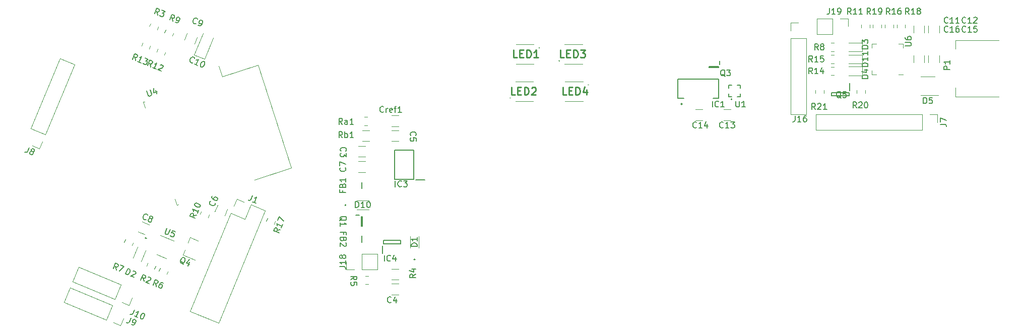
<source format=gbr>
%TF.GenerationSoftware,KiCad,Pcbnew,5.1.6*%
%TF.CreationDate,2020-08-23T11:13:54-07:00*%
%TF.ProjectId,plant_station_v3,706c616e-745f-4737-9461-74696f6e5f76,rev?*%
%TF.SameCoordinates,Original*%
%TF.FileFunction,Legend,Top*%
%TF.FilePolarity,Positive*%
%FSLAX46Y46*%
G04 Gerber Fmt 4.6, Leading zero omitted, Abs format (unit mm)*
G04 Created by KiCad (PCBNEW 5.1.6) date 2020-08-23 11:13:54*
%MOMM*%
%LPD*%
G01*
G04 APERTURE LIST*
%ADD10C,0.120000*%
%ADD11C,0.200000*%
%ADD12C,0.100000*%
%ADD13C,0.127000*%
%ADD14C,0.150000*%
%ADD15C,0.254000*%
G04 APERTURE END LIST*
D10*
%TO.C,J7*%
X220105000Y-76525000D02*
X220105000Y-77855000D01*
X218775000Y-76525000D02*
X220105000Y-76525000D01*
X217505000Y-76525000D02*
X217505000Y-79185000D01*
X217505000Y-79185000D02*
X199665000Y-79185000D01*
X217505000Y-76525000D02*
X199665000Y-76525000D01*
X199665000Y-76525000D02*
X199665000Y-79185000D01*
D11*
%TO.C,FB1*%
X123400000Y-88999375D02*
X123400000Y-87949375D01*
D10*
%TO.C,R10*%
X97520980Y-93855989D02*
X97718887Y-93378199D01*
X96209071Y-93312579D02*
X96406978Y-92834789D01*
%TO.C,C6*%
X98668333Y-92862960D02*
X99129133Y-91750490D01*
X100349793Y-93559444D02*
X100810593Y-92446974D01*
D11*
%TO.C,IC3*%
X132075000Y-87450000D02*
X128875000Y-87450000D01*
X128875000Y-87450000D02*
X128875000Y-82550000D01*
X128875000Y-82550000D02*
X132075000Y-82550000D01*
X132075000Y-82550000D02*
X132075000Y-87450000D01*
X133950000Y-87580000D02*
X132425000Y-87580000D01*
D10*
%TO.C,R5*%
X123966422Y-105110000D02*
X124483578Y-105110000D01*
X123966422Y-103690000D02*
X124483578Y-103690000D01*
%TO.C,R4*%
X128372936Y-104310000D02*
X129577064Y-104310000D01*
X128372936Y-102490000D02*
X129577064Y-102490000D01*
D11*
%TO.C,Q5*%
X205225000Y-72875000D02*
X205225000Y-73425000D01*
X205225000Y-73425000D02*
X202325000Y-73425000D01*
X202325000Y-73425000D02*
X202325000Y-72875000D01*
X202325000Y-72875000D02*
X205225000Y-72875000D01*
X205325000Y-71275000D02*
X205325000Y-72525000D01*
%TO.C,Q3*%
X183490000Y-67530000D02*
X183490000Y-68170000D01*
X181700000Y-68520000D02*
X183300000Y-68520000D01*
X181700000Y-68680000D02*
X181700000Y-68520000D01*
X183300000Y-68680000D02*
X181700000Y-68680000D01*
X183300000Y-68520000D02*
X183300000Y-68680000D01*
%TO.C,Q1*%
X123320000Y-93695625D02*
X123480000Y-93695625D01*
X123480000Y-93695625D02*
X123480000Y-95295625D01*
X123480000Y-95295625D02*
X123320000Y-95295625D01*
X123320000Y-95295625D02*
X123320000Y-93695625D01*
X122330000Y-93505625D02*
X122970000Y-93505625D01*
D10*
%TO.C,J19*%
X199855000Y-60425000D02*
X199855000Y-63085000D01*
X202455000Y-60425000D02*
X199855000Y-60425000D01*
X202455000Y-63085000D02*
X199855000Y-63085000D01*
X202455000Y-60425000D02*
X202455000Y-63085000D01*
X203725000Y-60425000D02*
X205055000Y-60425000D01*
X205055000Y-60425000D02*
X205055000Y-61755000D01*
%TO.C,J16*%
X195395000Y-76497500D02*
X198055000Y-76497500D01*
X195395000Y-63737500D02*
X195395000Y-76497500D01*
X198055000Y-63737500D02*
X198055000Y-76497500D01*
X195395000Y-63737500D02*
X198055000Y-63737500D01*
X195395000Y-62467500D02*
X195395000Y-61137500D01*
X195395000Y-61137500D02*
X196725000Y-61137500D01*
%TO.C,J10*%
X82912460Y-105135580D02*
X81894522Y-107593100D01*
X82912460Y-105135580D02*
X75817065Y-102196572D01*
X75817065Y-102196572D02*
X74799127Y-104654091D01*
X81894522Y-107593100D02*
X74799127Y-104654091D01*
X84296609Y-108588077D02*
X83067849Y-108079108D01*
X84805578Y-107359317D02*
X84296609Y-108588077D01*
%TO.C,J9*%
X83370515Y-110823865D02*
X82861546Y-112052625D01*
X82861546Y-112052625D02*
X81632786Y-111543656D01*
X80459459Y-111057648D02*
X73364064Y-108118639D01*
X74382002Y-105661120D02*
X73364064Y-108118639D01*
X81477397Y-108600128D02*
X74382002Y-105661120D01*
X81477397Y-108600128D02*
X80459459Y-111057648D01*
D12*
%TO.C,LED1*%
X152275000Y-68070000D02*
X149250000Y-68070000D01*
X152275000Y-64770000D02*
X149250000Y-64770000D01*
X153125000Y-65320000D02*
X153125000Y-65320000D01*
X153225000Y-65320000D02*
X153225000Y-65320000D01*
X153125000Y-65320000D02*
G75*
G02*
X153225000Y-65320000I50000J0D01*
G01*
X153225000Y-65320000D02*
G75*
G02*
X153125000Y-65320000I-50000J0D01*
G01*
%TO.C,LED2*%
X149175000Y-71020000D02*
X152200000Y-71020000D01*
X149175000Y-74320000D02*
X152200000Y-74320000D01*
X148325000Y-73770000D02*
X148325000Y-73770000D01*
X148225000Y-73770000D02*
X148225000Y-73770000D01*
X148325000Y-73770000D02*
G75*
G02*
X148225000Y-73770000I-50000J0D01*
G01*
X148225000Y-73770000D02*
G75*
G02*
X148325000Y-73770000I50000J0D01*
G01*
D11*
%TO.C,D10*%
X120628000Y-91877500D02*
X120628000Y-91877500D01*
X120628000Y-91677500D02*
X120628000Y-91677500D01*
D12*
X122528000Y-92527500D02*
X124528000Y-92527500D01*
X122528000Y-91027500D02*
X124528000Y-91027500D01*
D11*
X120628000Y-91677500D02*
G75*
G03*
X120628000Y-91877500I0J-100000D01*
G01*
X120628000Y-91877500D02*
G75*
G03*
X120628000Y-91677500I0J100000D01*
G01*
D10*
%TO.C,C13*%
X185352064Y-75690000D02*
X184147936Y-75690000D01*
X185352064Y-77510000D02*
X184147936Y-77510000D01*
%TO.C,C16*%
X217885000Y-67852065D02*
X217885000Y-66647937D01*
X216065000Y-67852065D02*
X216065000Y-66647937D01*
%TO.C,J18*%
X120795000Y-102641875D02*
X120795000Y-101311875D01*
X122125000Y-102641875D02*
X120795000Y-102641875D01*
X123395000Y-102641875D02*
X123395000Y-99981875D01*
X123395000Y-99981875D02*
X125995000Y-99981875D01*
X123395000Y-102641875D02*
X125995000Y-102641875D01*
X125995000Y-102641875D02*
X125995000Y-99981875D01*
%TO.C,C15*%
X218565000Y-66652936D02*
X218565000Y-67857064D01*
X220385000Y-66652936D02*
X220385000Y-67857064D01*
%TO.C,C7*%
X124002064Y-86256250D02*
X122797936Y-86256250D01*
X124002064Y-84436250D02*
X122797936Y-84436250D01*
%TO.C,C11*%
X217885000Y-62857064D02*
X217885000Y-61652936D01*
X216065000Y-62857064D02*
X216065000Y-61652936D01*
%TO.C,C4*%
X128372936Y-106810000D02*
X129577064Y-106810000D01*
X128372936Y-104990000D02*
X129577064Y-104990000D01*
D12*
%TO.C,LED3*%
X157425000Y-64770000D02*
X160450000Y-64770000D01*
X157425000Y-68070000D02*
X160450000Y-68070000D01*
X156575000Y-67520000D02*
X156575000Y-67520000D01*
X156475000Y-67520000D02*
X156475000Y-67520000D01*
X156575000Y-67520000D02*
G75*
G02*
X156475000Y-67520000I-50000J0D01*
G01*
X156475000Y-67520000D02*
G75*
G02*
X156575000Y-67520000I50000J0D01*
G01*
D10*
%TO.C,D4*%
X205175000Y-69990000D02*
X207460000Y-69990000D01*
X207460000Y-69990000D02*
X207460000Y-68520000D01*
X207460000Y-68520000D02*
X205175000Y-68520000D01*
%TO.C,D3*%
X207460000Y-64520000D02*
X205175000Y-64520000D01*
X207460000Y-65990000D02*
X207460000Y-64520000D01*
X205175000Y-65990000D02*
X207460000Y-65990000D01*
%TO.C,C5*%
X128372936Y-81060000D02*
X129577064Y-81060000D01*
X128372936Y-79240000D02*
X129577064Y-79240000D01*
%TO.C,D11*%
X205175000Y-67990000D02*
X207460000Y-67990000D01*
X207460000Y-67990000D02*
X207460000Y-66520000D01*
X207460000Y-66520000D02*
X205175000Y-66520000D01*
%TO.C,C12*%
X218565000Y-61652936D02*
X218565000Y-62857064D01*
X220385000Y-61652936D02*
X220385000Y-62857064D01*
%TO.C,U6*%
X213560000Y-69865000D02*
X214285000Y-69865000D01*
X209065000Y-64645000D02*
X209065000Y-65370000D01*
X209790000Y-64645000D02*
X209065000Y-64645000D01*
X214285000Y-64645000D02*
X214285000Y-65370000D01*
X213560000Y-64645000D02*
X214285000Y-64645000D01*
X209065000Y-69865000D02*
X209065000Y-69140000D01*
X209790000Y-69865000D02*
X209065000Y-69865000D01*
D13*
%TO.C,U1*%
X185505000Y-73590000D02*
X185010000Y-73590000D01*
X185010000Y-73590000D02*
X185010000Y-73095000D01*
X185010000Y-72105000D02*
X185010000Y-71610000D01*
X185010000Y-71610000D02*
X185505000Y-71610000D01*
X186990000Y-73095000D02*
X186990000Y-73590000D01*
X186990000Y-73590000D02*
X186495000Y-73590000D01*
X186495000Y-71610000D02*
X186990000Y-71610000D01*
X186990000Y-71610000D02*
X186990000Y-72105000D01*
D11*
X185600000Y-74000000D02*
G75*
G03*
X185600000Y-74000000I-100000J0D01*
G01*
D10*
%TO.C,Rb1*%
X123422936Y-79240000D02*
X124627064Y-79240000D01*
X123422936Y-81060000D02*
X124627064Y-81060000D01*
%TO.C,Ra1*%
X124283578Y-78360000D02*
X123766422Y-78360000D01*
X124283578Y-76940000D02*
X123766422Y-76940000D01*
%TO.C,R21*%
X201035000Y-72963578D02*
X201035000Y-72446422D01*
X199615000Y-72963578D02*
X199615000Y-72446422D01*
%TO.C,R20*%
X206515000Y-72963578D02*
X206515000Y-72446422D01*
X207935000Y-72963578D02*
X207935000Y-72446422D01*
%TO.C,R19*%
X210685000Y-61496422D02*
X210685000Y-62013578D01*
X209265000Y-61496422D02*
X209265000Y-62013578D01*
%TO.C,R18*%
X213265000Y-62013578D02*
X213265000Y-61496422D01*
X214685000Y-62013578D02*
X214685000Y-61496422D01*
%TO.C,R16*%
X212685000Y-62013578D02*
X212685000Y-61496422D01*
X211265000Y-62013578D02*
X211265000Y-61496422D01*
%TO.C,R15*%
X202216422Y-66545000D02*
X202733578Y-66545000D01*
X202216422Y-67965000D02*
X202733578Y-67965000D01*
%TO.C,R14*%
X202216422Y-69965000D02*
X202733578Y-69965000D01*
X202216422Y-68545000D02*
X202733578Y-68545000D01*
%TO.C,R11*%
X207265000Y-62013578D02*
X207265000Y-61496422D01*
X208685000Y-62013578D02*
X208685000Y-61496422D01*
%TO.C,R8*%
X202216422Y-64545000D02*
X202733578Y-64545000D01*
X202216422Y-65965000D02*
X202733578Y-65965000D01*
D11*
%TO.C,IC1*%
X177229680Y-74792000D02*
G75*
G03*
X177229680Y-74792000I-119680J0D01*
G01*
X183300000Y-73850000D02*
X182420000Y-73850000D01*
X176500000Y-73850000D02*
X177444000Y-73850000D01*
X176500000Y-70650000D02*
X176500000Y-73850000D01*
X183300000Y-70650000D02*
X183300000Y-73850000D01*
X176500000Y-70650000D02*
X183300000Y-70650000D01*
%TO.C,FB2*%
X123400000Y-96978750D02*
X123400000Y-98028750D01*
D12*
%TO.C,LED4*%
X160525000Y-74320000D02*
X157500000Y-74320000D01*
X160525000Y-71020000D02*
X157500000Y-71020000D01*
X161375000Y-71570000D02*
X161375000Y-71570000D01*
X161475000Y-71570000D02*
X161475000Y-71570000D01*
X161375000Y-71570000D02*
G75*
G02*
X161475000Y-71570000I50000J0D01*
G01*
X161475000Y-71570000D02*
G75*
G02*
X161375000Y-71570000I-50000J0D01*
G01*
D10*
%TO.C,D5*%
X219675000Y-70205000D02*
X217275000Y-70205000D01*
X217275000Y-73305000D02*
X220225000Y-73305000D01*
%TO.C,Cref1*%
X128372936Y-78560000D02*
X129577064Y-78560000D01*
X128372936Y-76740000D02*
X129577064Y-76740000D01*
%TO.C,C3*%
X122797936Y-81838125D02*
X124002064Y-81838125D01*
X122797936Y-83658125D02*
X124002064Y-83658125D01*
%TO.C,J1*%
X94524153Y-109609760D02*
X99328326Y-111599714D01*
X101351225Y-93127749D02*
X94524153Y-109609760D01*
X107150376Y-92715616D02*
X99328326Y-111599714D01*
X101351225Y-93127749D02*
X103753312Y-94122726D01*
X103753312Y-94122726D02*
X104748289Y-91720639D01*
X104748289Y-91720639D02*
X107150376Y-92715616D01*
X101837233Y-91954422D02*
X102346202Y-90725662D01*
X102346202Y-90725662D02*
X103574962Y-91234631D01*
D11*
%TO.C,IC4*%
X127025000Y-98275000D02*
X127025000Y-97725000D01*
X127025000Y-97725000D02*
X129925000Y-97725000D01*
X129925000Y-97725000D02*
X129925000Y-98275000D01*
X129925000Y-98275000D02*
X127025000Y-98275000D01*
X126875000Y-99875000D02*
X126875000Y-98625000D01*
D10*
%TO.C,C14*%
X179397936Y-77510000D02*
X180602064Y-77510000D01*
X179397936Y-75690000D02*
X180602064Y-75690000D01*
%TO.C,P1*%
X223105000Y-65567500D02*
X223105000Y-64067500D01*
X223105000Y-64067500D02*
X230365000Y-64067500D01*
X223105000Y-73567500D02*
X230365000Y-73567500D01*
X223105000Y-73567500D02*
X223105000Y-72067500D01*
D11*
%TO.C,D1*%
X132325000Y-100900000D02*
X132325000Y-100900000D01*
X132125000Y-100900000D02*
X132125000Y-100900000D01*
D12*
X132975000Y-99000000D02*
X132975000Y-97000000D01*
X131475000Y-99000000D02*
X131475000Y-97000000D01*
D11*
X132125000Y-100900000D02*
G75*
G03*
X132325000Y-100900000I100000J0D01*
G01*
X132325000Y-100900000D02*
G75*
G03*
X132125000Y-100900000I-100000J0D01*
G01*
%TO.C,D2*%
X87001352Y-97293955D02*
G75*
G03*
X87186128Y-97370493I92388J-38269D01*
G01*
X87186128Y-97370492D02*
G75*
G03*
X87001352Y-97293956I-92388J38268D01*
G01*
X87001352Y-97293956D02*
X87001352Y-97293956D01*
X87186128Y-97370493D02*
X87186128Y-97370493D01*
D12*
X85673732Y-98800583D02*
X84908365Y-100648342D01*
X87059551Y-99374608D02*
X86294184Y-101222367D01*
D10*
%TO.C,C8*%
X85801141Y-96266438D02*
X86913611Y-96727238D01*
X86497625Y-94584978D02*
X87610095Y-95045778D01*
%TO.C,C9*%
X94030312Y-62903400D02*
X93569512Y-64015870D01*
X95711772Y-63599884D02*
X95250972Y-64712354D01*
%TO.C,C10*%
X96698806Y-62928570D02*
X95202514Y-66540939D01*
X95202514Y-66540939D02*
X96930169Y-67256557D01*
X96930169Y-67256557D02*
X98426461Y-63644188D01*
%TO.C,J8*%
X75081160Y-68121113D02*
X72623641Y-67103175D01*
X70198120Y-79909816D02*
X75081160Y-68121113D01*
X67740600Y-78891878D02*
X72623641Y-67103175D01*
X70198120Y-79909816D02*
X67740600Y-78891878D01*
X69712112Y-81083143D02*
X69203143Y-82311903D01*
X69203143Y-82311903D02*
X67974383Y-81802934D01*
%TO.C,Q4*%
X94538368Y-97233081D02*
X95887232Y-97791799D01*
X93329089Y-100152540D02*
X95324669Y-100979136D01*
X93329089Y-100152540D02*
X93684984Y-99293332D01*
X94538368Y-97233081D02*
X94182473Y-98092289D01*
%TO.C,R2*%
X88720001Y-102055529D02*
X88522094Y-102533319D01*
X87408092Y-101512119D02*
X87210185Y-101989909D01*
%TO.C,R3*%
X87887082Y-61271775D02*
X87689175Y-61749565D01*
X89198991Y-61815185D02*
X89001084Y-62292975D01*
%TO.C,R6*%
X89486821Y-102373157D02*
X89288914Y-102850947D01*
X90798730Y-102916567D02*
X90600823Y-103394357D01*
%TO.C,R7*%
X83630598Y-97566167D02*
X83432691Y-98043957D01*
X84942507Y-98109577D02*
X84744600Y-98587367D01*
%TO.C,R9*%
X91739660Y-62867564D02*
X91541753Y-63345354D01*
X90427751Y-62324154D02*
X90229844Y-62801944D01*
%TO.C,R12*%
X89088360Y-65557733D02*
X88890453Y-66035523D01*
X90400269Y-66101143D02*
X90202362Y-66578933D01*
%TO.C,R13*%
X86547690Y-64505353D02*
X86349783Y-64983143D01*
X87859599Y-65048763D02*
X87661692Y-65526553D01*
%TO.C,R17*%
X108828985Y-94516497D02*
X108631078Y-94994287D01*
X107517076Y-93973087D02*
X107319169Y-94450877D01*
D12*
%TO.C,U4*%
X99897940Y-70158761D02*
X99316988Y-68370775D01*
X105908617Y-68205774D02*
X99897940Y-70158761D01*
X111545087Y-85553045D02*
X105344199Y-87567836D01*
X105908617Y-68205774D02*
X111545087Y-85553045D01*
X91949604Y-90742365D02*
X92295703Y-91807549D01*
X92600041Y-91708663D02*
X92314724Y-91801368D01*
X86659233Y-74460278D02*
X86974431Y-75430356D01*
X86868466Y-74392294D02*
X86659233Y-74460278D01*
D10*
%TO.C,U5*%
X91790782Y-97751629D02*
X89527277Y-96814055D01*
X88895558Y-100037691D02*
X90558541Y-100726521D01*
%TO.C,J7*%
D14*
X220557380Y-78188333D02*
X221271666Y-78188333D01*
X221414523Y-78235952D01*
X221509761Y-78331190D01*
X221557380Y-78474047D01*
X221557380Y-78569285D01*
X220557380Y-77807380D02*
X220557380Y-77140714D01*
X221557380Y-77569285D01*
%TO.C,FB1*%
D13*
X120153571Y-89333333D02*
X120153571Y-89666666D01*
X120677380Y-89666666D02*
X119677380Y-89666666D01*
X119677380Y-89190476D01*
X120153571Y-88476190D02*
X120201190Y-88333333D01*
X120248809Y-88285714D01*
X120344047Y-88238095D01*
X120486904Y-88238095D01*
X120582142Y-88285714D01*
X120629761Y-88333333D01*
X120677380Y-88428571D01*
X120677380Y-88809523D01*
X119677380Y-88809523D01*
X119677380Y-88476190D01*
X119725000Y-88380952D01*
X119772619Y-88333333D01*
X119867857Y-88285714D01*
X119963095Y-88285714D01*
X120058333Y-88333333D01*
X120105952Y-88380952D01*
X120153571Y-88476190D01*
X120153571Y-88809523D01*
X120677380Y-87285714D02*
X120677380Y-87857142D01*
X120677380Y-87571428D02*
X119677380Y-87571428D01*
X119820238Y-87666666D01*
X119915476Y-87761904D01*
X119963095Y-87857142D01*
%TO.C,R10*%
D14*
X95611512Y-93481002D02*
X95044008Y-93606731D01*
X95392836Y-94008933D02*
X94468956Y-93626249D01*
X94614741Y-93274295D01*
X94695181Y-93204530D01*
X94757398Y-93178759D01*
X94863610Y-93171210D01*
X94995593Y-93225879D01*
X95065358Y-93306320D01*
X95091129Y-93368537D01*
X95098678Y-93474749D01*
X94952893Y-93826703D01*
X95975973Y-92601116D02*
X95757296Y-93129048D01*
X95866635Y-92865082D02*
X94942755Y-92482399D01*
X95038292Y-92625056D01*
X95089834Y-92749491D01*
X95097382Y-92855702D01*
X95288992Y-91646508D02*
X95325438Y-91558519D01*
X95405879Y-91488754D01*
X95468096Y-91462982D01*
X95574308Y-91455434D01*
X95768508Y-91484332D01*
X95988479Y-91575447D01*
X96146233Y-91692333D01*
X96215998Y-91772774D01*
X96241770Y-91834991D01*
X96249318Y-91941203D01*
X96212872Y-92029191D01*
X96132432Y-92098957D01*
X96070214Y-92124728D01*
X95964003Y-92132276D01*
X95769803Y-92103378D01*
X95549831Y-92012263D01*
X95392077Y-91895377D01*
X95322312Y-91814936D01*
X95296541Y-91752719D01*
X95288992Y-91646508D01*
%TO.C,C6*%
X98752399Y-91398237D02*
X98778170Y-91460454D01*
X98767495Y-91610660D01*
X98731049Y-91698649D01*
X98632386Y-91812408D01*
X98507951Y-91863951D01*
X98401740Y-91871499D01*
X98207540Y-91842601D01*
X98075557Y-91787932D01*
X97917803Y-91671046D01*
X97848037Y-91590606D01*
X97796495Y-91466171D01*
X97807170Y-91315965D01*
X97843616Y-91227977D01*
X97942279Y-91114217D01*
X98004496Y-91088446D01*
X98244522Y-90260103D02*
X98171630Y-90436080D01*
X98179178Y-90542292D01*
X98204950Y-90604509D01*
X98300486Y-90747166D01*
X98458240Y-90864053D01*
X98810195Y-91009837D01*
X98916406Y-91002289D01*
X98978623Y-90976517D01*
X99059064Y-90906752D01*
X99131956Y-90730775D01*
X99124408Y-90624563D01*
X99098636Y-90562346D01*
X99028871Y-90481906D01*
X98808899Y-90390791D01*
X98702688Y-90398339D01*
X98640471Y-90424110D01*
X98560030Y-90493876D01*
X98487138Y-90669853D01*
X98494686Y-90776064D01*
X98520458Y-90838282D01*
X98590223Y-90918722D01*
%TO.C,IC3*%
D13*
X128998809Y-88702380D02*
X128998809Y-87702380D01*
X130046428Y-88607142D02*
X129998809Y-88654761D01*
X129855952Y-88702380D01*
X129760714Y-88702380D01*
X129617857Y-88654761D01*
X129522619Y-88559523D01*
X129475000Y-88464285D01*
X129427380Y-88273809D01*
X129427380Y-88130952D01*
X129475000Y-87940476D01*
X129522619Y-87845238D01*
X129617857Y-87750000D01*
X129760714Y-87702380D01*
X129855952Y-87702380D01*
X129998809Y-87750000D01*
X130046428Y-87797619D01*
X130379761Y-87702380D02*
X130998809Y-87702380D01*
X130665476Y-88083333D01*
X130808333Y-88083333D01*
X130903571Y-88130952D01*
X130951190Y-88178571D01*
X130998809Y-88273809D01*
X130998809Y-88511904D01*
X130951190Y-88607142D01*
X130903571Y-88654761D01*
X130808333Y-88702380D01*
X130522619Y-88702380D01*
X130427380Y-88654761D01*
X130379761Y-88607142D01*
%TO.C,R5*%
D14*
X121522619Y-104333333D02*
X121998809Y-104000000D01*
X121522619Y-103761904D02*
X122522619Y-103761904D01*
X122522619Y-104142857D01*
X122475000Y-104238095D01*
X122427380Y-104285714D01*
X122332142Y-104333333D01*
X122189285Y-104333333D01*
X122094047Y-104285714D01*
X122046428Y-104238095D01*
X121998809Y-104142857D01*
X121998809Y-103761904D01*
X122522619Y-105238095D02*
X122522619Y-104761904D01*
X122046428Y-104714285D01*
X122094047Y-104761904D01*
X122141666Y-104857142D01*
X122141666Y-105095238D01*
X122094047Y-105190476D01*
X122046428Y-105238095D01*
X121951190Y-105285714D01*
X121713095Y-105285714D01*
X121617857Y-105238095D01*
X121570238Y-105190476D01*
X121522619Y-105095238D01*
X121522619Y-104857142D01*
X121570238Y-104761904D01*
X121617857Y-104714285D01*
%TO.C,R4*%
X132427380Y-103416666D02*
X131951190Y-103750000D01*
X132427380Y-103988095D02*
X131427380Y-103988095D01*
X131427380Y-103607142D01*
X131475000Y-103511904D01*
X131522619Y-103464285D01*
X131617857Y-103416666D01*
X131760714Y-103416666D01*
X131855952Y-103464285D01*
X131903571Y-103511904D01*
X131951190Y-103607142D01*
X131951190Y-103988095D01*
X131760714Y-102559523D02*
X132427380Y-102559523D01*
X131379761Y-102797619D02*
X132094047Y-103035714D01*
X132094047Y-102416666D01*
%TO.C,Q5*%
X203879761Y-73802619D02*
X203784523Y-73755000D01*
X203689285Y-73659761D01*
X203546428Y-73516904D01*
X203451190Y-73469285D01*
X203355952Y-73469285D01*
X203403571Y-73707380D02*
X203308333Y-73659761D01*
X203213095Y-73564523D01*
X203165476Y-73374047D01*
X203165476Y-73040714D01*
X203213095Y-72850238D01*
X203308333Y-72755000D01*
X203403571Y-72707380D01*
X203594047Y-72707380D01*
X203689285Y-72755000D01*
X203784523Y-72850238D01*
X203832142Y-73040714D01*
X203832142Y-73374047D01*
X203784523Y-73564523D01*
X203689285Y-73659761D01*
X203594047Y-73707380D01*
X203403571Y-73707380D01*
X204736904Y-72707380D02*
X204260714Y-72707380D01*
X204213095Y-73183571D01*
X204260714Y-73135952D01*
X204355952Y-73088333D01*
X204594047Y-73088333D01*
X204689285Y-73135952D01*
X204736904Y-73183571D01*
X204784523Y-73278809D01*
X204784523Y-73516904D01*
X204736904Y-73612142D01*
X204689285Y-73659761D01*
X204594047Y-73707380D01*
X204355952Y-73707380D01*
X204260714Y-73659761D01*
X204213095Y-73612142D01*
%TO.C,Q3*%
X184404761Y-70147619D02*
X184309523Y-70100000D01*
X184214285Y-70004761D01*
X184071428Y-69861904D01*
X183976190Y-69814285D01*
X183880952Y-69814285D01*
X183928571Y-70052380D02*
X183833333Y-70004761D01*
X183738095Y-69909523D01*
X183690476Y-69719047D01*
X183690476Y-69385714D01*
X183738095Y-69195238D01*
X183833333Y-69100000D01*
X183928571Y-69052380D01*
X184119047Y-69052380D01*
X184214285Y-69100000D01*
X184309523Y-69195238D01*
X184357142Y-69385714D01*
X184357142Y-69719047D01*
X184309523Y-69909523D01*
X184214285Y-70004761D01*
X184119047Y-70052380D01*
X183928571Y-70052380D01*
X184690476Y-69052380D02*
X185309523Y-69052380D01*
X184976190Y-69433333D01*
X185119047Y-69433333D01*
X185214285Y-69480952D01*
X185261904Y-69528571D01*
X185309523Y-69623809D01*
X185309523Y-69861904D01*
X185261904Y-69957142D01*
X185214285Y-70004761D01*
X185119047Y-70052380D01*
X184833333Y-70052380D01*
X184738095Y-70004761D01*
X184690476Y-69957142D01*
%TO.C,Q1*%
D13*
X119677380Y-94404761D02*
X119725000Y-94309523D01*
X119820238Y-94214285D01*
X119963095Y-94071428D01*
X120010714Y-93976190D01*
X120010714Y-93880952D01*
X119772619Y-93928571D02*
X119820238Y-93833333D01*
X119915476Y-93738095D01*
X120105952Y-93690476D01*
X120439285Y-93690476D01*
X120629761Y-93738095D01*
X120725000Y-93833333D01*
X120772619Y-93928571D01*
X120772619Y-94119047D01*
X120725000Y-94214285D01*
X120629761Y-94309523D01*
X120439285Y-94357142D01*
X120105952Y-94357142D01*
X119915476Y-94309523D01*
X119820238Y-94214285D01*
X119772619Y-94119047D01*
X119772619Y-93928571D01*
X119772619Y-95309523D02*
X119772619Y-94738095D01*
X119772619Y-95023809D02*
X120772619Y-95023809D01*
X120629761Y-94928571D01*
X120534523Y-94833333D01*
X120486904Y-94738095D01*
%TO.C,J19*%
D14*
X201915476Y-58707380D02*
X201915476Y-59421666D01*
X201867857Y-59564523D01*
X201772619Y-59659761D01*
X201629761Y-59707380D01*
X201534523Y-59707380D01*
X202915476Y-59707380D02*
X202344047Y-59707380D01*
X202629761Y-59707380D02*
X202629761Y-58707380D01*
X202534523Y-58850238D01*
X202439285Y-58945476D01*
X202344047Y-58993095D01*
X203391666Y-59707380D02*
X203582142Y-59707380D01*
X203677380Y-59659761D01*
X203725000Y-59612142D01*
X203820238Y-59469285D01*
X203867857Y-59278809D01*
X203867857Y-58897857D01*
X203820238Y-58802619D01*
X203772619Y-58755000D01*
X203677380Y-58707380D01*
X203486904Y-58707380D01*
X203391666Y-58755000D01*
X203344047Y-58802619D01*
X203296428Y-58897857D01*
X203296428Y-59135952D01*
X203344047Y-59231190D01*
X203391666Y-59278809D01*
X203486904Y-59326428D01*
X203677380Y-59326428D01*
X203772619Y-59278809D01*
X203820238Y-59231190D01*
X203867857Y-59135952D01*
%TO.C,J16*%
X196165476Y-76769880D02*
X196165476Y-77484166D01*
X196117857Y-77627023D01*
X196022619Y-77722261D01*
X195879761Y-77769880D01*
X195784523Y-77769880D01*
X197165476Y-77769880D02*
X196594047Y-77769880D01*
X196879761Y-77769880D02*
X196879761Y-76769880D01*
X196784523Y-76912738D01*
X196689285Y-77007976D01*
X196594047Y-77055595D01*
X198022619Y-76769880D02*
X197832142Y-76769880D01*
X197736904Y-76817500D01*
X197689285Y-76865119D01*
X197594047Y-77007976D01*
X197546428Y-77198452D01*
X197546428Y-77579404D01*
X197594047Y-77674642D01*
X197641666Y-77722261D01*
X197736904Y-77769880D01*
X197927380Y-77769880D01*
X198022619Y-77722261D01*
X198070238Y-77674642D01*
X198117857Y-77579404D01*
X198117857Y-77341309D01*
X198070238Y-77246071D01*
X198022619Y-77198452D01*
X197927380Y-77150833D01*
X197736904Y-77150833D01*
X197641666Y-77198452D01*
X197594047Y-77246071D01*
X197546428Y-77341309D01*
%TO.C,J10*%
X85180051Y-109357072D02*
X84906705Y-110016986D01*
X84808042Y-110130746D01*
X84683608Y-110182288D01*
X84533402Y-110171614D01*
X84445413Y-110135167D01*
X85721247Y-110663635D02*
X85193316Y-110444959D01*
X85457281Y-110554297D02*
X85839965Y-109630417D01*
X85697307Y-109725954D01*
X85572873Y-109777497D01*
X85466661Y-109785045D01*
X86675856Y-109976655D02*
X86763844Y-110013101D01*
X86833610Y-110093541D01*
X86859381Y-110155758D01*
X86866929Y-110261970D01*
X86838031Y-110456170D01*
X86746916Y-110676141D01*
X86630030Y-110833895D01*
X86549590Y-110903661D01*
X86487372Y-110929432D01*
X86381161Y-110936980D01*
X86293172Y-110900534D01*
X86223407Y-110820094D01*
X86197636Y-110757877D01*
X86190087Y-110651665D01*
X86218985Y-110457465D01*
X86310100Y-110237494D01*
X86426987Y-110079740D01*
X86507427Y-110009974D01*
X86569644Y-109984203D01*
X86675856Y-109976655D01*
%TO.C,J9*%
X84584028Y-110733779D02*
X84310683Y-111393693D01*
X84212020Y-111507453D01*
X84087585Y-111558996D01*
X83937379Y-111548321D01*
X83849391Y-111511875D01*
X84685282Y-111858112D02*
X84861259Y-111931004D01*
X84967470Y-111923456D01*
X85029688Y-111897685D01*
X85172345Y-111802148D01*
X85289232Y-111644394D01*
X85435016Y-111292440D01*
X85427468Y-111186228D01*
X85401696Y-111124011D01*
X85331931Y-111043571D01*
X85155954Y-110970679D01*
X85049742Y-110978227D01*
X84987525Y-111003998D01*
X84907085Y-111073764D01*
X84815970Y-111293735D01*
X84823518Y-111399946D01*
X84849289Y-111462164D01*
X84919055Y-111542604D01*
X85095032Y-111615496D01*
X85201243Y-111607948D01*
X85263460Y-111582177D01*
X85343901Y-111512411D01*
%TO.C,LED1*%
D15*
X149491809Y-66994523D02*
X148887047Y-66994523D01*
X148887047Y-65724523D01*
X149915142Y-66329285D02*
X150338476Y-66329285D01*
X150519904Y-66994523D02*
X149915142Y-66994523D01*
X149915142Y-65724523D01*
X150519904Y-65724523D01*
X151064190Y-66994523D02*
X151064190Y-65724523D01*
X151366571Y-65724523D01*
X151548000Y-65785000D01*
X151668952Y-65905952D01*
X151729428Y-66026904D01*
X151789904Y-66268809D01*
X151789904Y-66450238D01*
X151729428Y-66692142D01*
X151668952Y-66813095D01*
X151548000Y-66934047D01*
X151366571Y-66994523D01*
X151064190Y-66994523D01*
X152999428Y-66994523D02*
X152273714Y-66994523D01*
X152636571Y-66994523D02*
X152636571Y-65724523D01*
X152515619Y-65905952D01*
X152394666Y-66026904D01*
X152273714Y-66087380D01*
%TO.C,LED2*%
X149115809Y-73244523D02*
X148511047Y-73244523D01*
X148511047Y-71974523D01*
X149539142Y-72579285D02*
X149962476Y-72579285D01*
X150143904Y-73244523D02*
X149539142Y-73244523D01*
X149539142Y-71974523D01*
X150143904Y-71974523D01*
X150688190Y-73244523D02*
X150688190Y-71974523D01*
X150990571Y-71974523D01*
X151172000Y-72035000D01*
X151292952Y-72155952D01*
X151353428Y-72276904D01*
X151413904Y-72518809D01*
X151413904Y-72700238D01*
X151353428Y-72942142D01*
X151292952Y-73063095D01*
X151172000Y-73184047D01*
X150990571Y-73244523D01*
X150688190Y-73244523D01*
X151897714Y-72095476D02*
X151958190Y-72035000D01*
X152079142Y-71974523D01*
X152381523Y-71974523D01*
X152502476Y-72035000D01*
X152562952Y-72095476D01*
X152623428Y-72216428D01*
X152623428Y-72337380D01*
X152562952Y-72518809D01*
X151837238Y-73244523D01*
X152623428Y-73244523D01*
%TO.C,D10*%
D13*
X122313714Y-92202380D02*
X122313714Y-91202380D01*
X122551809Y-91202380D01*
X122694666Y-91250000D01*
X122789904Y-91345238D01*
X122837523Y-91440476D01*
X122885142Y-91630952D01*
X122885142Y-91773809D01*
X122837523Y-91964285D01*
X122789904Y-92059523D01*
X122694666Y-92154761D01*
X122551809Y-92202380D01*
X122313714Y-92202380D01*
X123837523Y-92202380D02*
X123266095Y-92202380D01*
X123551809Y-92202380D02*
X123551809Y-91202380D01*
X123456571Y-91345238D01*
X123361333Y-91440476D01*
X123266095Y-91488095D01*
X124456571Y-91202380D02*
X124551809Y-91202380D01*
X124647047Y-91250000D01*
X124694666Y-91297619D01*
X124742285Y-91392857D01*
X124789904Y-91583333D01*
X124789904Y-91821428D01*
X124742285Y-92011904D01*
X124694666Y-92107142D01*
X124647047Y-92154761D01*
X124551809Y-92202380D01*
X124456571Y-92202380D01*
X124361333Y-92154761D01*
X124313714Y-92107142D01*
X124266095Y-92011904D01*
X124218476Y-91821428D01*
X124218476Y-91583333D01*
X124266095Y-91392857D01*
X124313714Y-91297619D01*
X124361333Y-91250000D01*
X124456571Y-91202380D01*
%TO.C,C13*%
D14*
X184107142Y-78707142D02*
X184059523Y-78754761D01*
X183916666Y-78802380D01*
X183821428Y-78802380D01*
X183678571Y-78754761D01*
X183583333Y-78659523D01*
X183535714Y-78564285D01*
X183488095Y-78373809D01*
X183488095Y-78230952D01*
X183535714Y-78040476D01*
X183583333Y-77945238D01*
X183678571Y-77850000D01*
X183821428Y-77802380D01*
X183916666Y-77802380D01*
X184059523Y-77850000D01*
X184107142Y-77897619D01*
X185059523Y-78802380D02*
X184488095Y-78802380D01*
X184773809Y-78802380D02*
X184773809Y-77802380D01*
X184678571Y-77945238D01*
X184583333Y-78040476D01*
X184488095Y-78088095D01*
X185392857Y-77802380D02*
X186011904Y-77802380D01*
X185678571Y-78183333D01*
X185821428Y-78183333D01*
X185916666Y-78230952D01*
X185964285Y-78278571D01*
X186011904Y-78373809D01*
X186011904Y-78611904D01*
X185964285Y-78707142D01*
X185916666Y-78754761D01*
X185821428Y-78802380D01*
X185535714Y-78802380D01*
X185440476Y-78754761D01*
X185392857Y-78707142D01*
%TO.C,C16*%
X221832142Y-62612142D02*
X221784523Y-62659761D01*
X221641666Y-62707380D01*
X221546428Y-62707380D01*
X221403571Y-62659761D01*
X221308333Y-62564523D01*
X221260714Y-62469285D01*
X221213095Y-62278809D01*
X221213095Y-62135952D01*
X221260714Y-61945476D01*
X221308333Y-61850238D01*
X221403571Y-61755000D01*
X221546428Y-61707380D01*
X221641666Y-61707380D01*
X221784523Y-61755000D01*
X221832142Y-61802619D01*
X222784523Y-62707380D02*
X222213095Y-62707380D01*
X222498809Y-62707380D02*
X222498809Y-61707380D01*
X222403571Y-61850238D01*
X222308333Y-61945476D01*
X222213095Y-61993095D01*
X223641666Y-61707380D02*
X223451190Y-61707380D01*
X223355952Y-61755000D01*
X223308333Y-61802619D01*
X223213095Y-61945476D01*
X223165476Y-62135952D01*
X223165476Y-62516904D01*
X223213095Y-62612142D01*
X223260714Y-62659761D01*
X223355952Y-62707380D01*
X223546428Y-62707380D01*
X223641666Y-62659761D01*
X223689285Y-62612142D01*
X223736904Y-62516904D01*
X223736904Y-62278809D01*
X223689285Y-62183571D01*
X223641666Y-62135952D01*
X223546428Y-62088333D01*
X223355952Y-62088333D01*
X223260714Y-62135952D01*
X223213095Y-62183571D01*
X223165476Y-62278809D01*
%TO.C,J18*%
X119677380Y-102121398D02*
X120391666Y-102121398D01*
X120534523Y-102169017D01*
X120629761Y-102264255D01*
X120677380Y-102407113D01*
X120677380Y-102502351D01*
X120677380Y-101121398D02*
X120677380Y-101692827D01*
X120677380Y-101407113D02*
X119677380Y-101407113D01*
X119820238Y-101502351D01*
X119915476Y-101597589D01*
X119963095Y-101692827D01*
X120105952Y-100549970D02*
X120058333Y-100645208D01*
X120010714Y-100692827D01*
X119915476Y-100740446D01*
X119867857Y-100740446D01*
X119772619Y-100692827D01*
X119725000Y-100645208D01*
X119677380Y-100549970D01*
X119677380Y-100359494D01*
X119725000Y-100264255D01*
X119772619Y-100216636D01*
X119867857Y-100169017D01*
X119915476Y-100169017D01*
X120010714Y-100216636D01*
X120058333Y-100264255D01*
X120105952Y-100359494D01*
X120105952Y-100549970D01*
X120153571Y-100645208D01*
X120201190Y-100692827D01*
X120296428Y-100740446D01*
X120486904Y-100740446D01*
X120582142Y-100692827D01*
X120629761Y-100645208D01*
X120677380Y-100549970D01*
X120677380Y-100359494D01*
X120629761Y-100264255D01*
X120582142Y-100216636D01*
X120486904Y-100169017D01*
X120296428Y-100169017D01*
X120201190Y-100216636D01*
X120153571Y-100264255D01*
X120105952Y-100359494D01*
%TO.C,C15*%
X224832142Y-62612142D02*
X224784523Y-62659761D01*
X224641666Y-62707380D01*
X224546428Y-62707380D01*
X224403571Y-62659761D01*
X224308333Y-62564523D01*
X224260714Y-62469285D01*
X224213095Y-62278809D01*
X224213095Y-62135952D01*
X224260714Y-61945476D01*
X224308333Y-61850238D01*
X224403571Y-61755000D01*
X224546428Y-61707380D01*
X224641666Y-61707380D01*
X224784523Y-61755000D01*
X224832142Y-61802619D01*
X225784523Y-62707380D02*
X225213095Y-62707380D01*
X225498809Y-62707380D02*
X225498809Y-61707380D01*
X225403571Y-61850238D01*
X225308333Y-61945476D01*
X225213095Y-61993095D01*
X226689285Y-61707380D02*
X226213095Y-61707380D01*
X226165476Y-62183571D01*
X226213095Y-62135952D01*
X226308333Y-62088333D01*
X226546428Y-62088333D01*
X226641666Y-62135952D01*
X226689285Y-62183571D01*
X226736904Y-62278809D01*
X226736904Y-62516904D01*
X226689285Y-62612142D01*
X226641666Y-62659761D01*
X226546428Y-62707380D01*
X226308333Y-62707380D01*
X226213095Y-62659761D01*
X226165476Y-62612142D01*
%TO.C,C7*%
X120582142Y-85512916D02*
X120629761Y-85560535D01*
X120677380Y-85703392D01*
X120677380Y-85798630D01*
X120629761Y-85941488D01*
X120534523Y-86036726D01*
X120439285Y-86084345D01*
X120248809Y-86131964D01*
X120105952Y-86131964D01*
X119915476Y-86084345D01*
X119820238Y-86036726D01*
X119725000Y-85941488D01*
X119677380Y-85798630D01*
X119677380Y-85703392D01*
X119725000Y-85560535D01*
X119772619Y-85512916D01*
X119677380Y-85179583D02*
X119677380Y-84512916D01*
X120677380Y-84941488D01*
%TO.C,C11*%
X221832142Y-61112142D02*
X221784523Y-61159761D01*
X221641666Y-61207380D01*
X221546428Y-61207380D01*
X221403571Y-61159761D01*
X221308333Y-61064523D01*
X221260714Y-60969285D01*
X221213095Y-60778809D01*
X221213095Y-60635952D01*
X221260714Y-60445476D01*
X221308333Y-60350238D01*
X221403571Y-60255000D01*
X221546428Y-60207380D01*
X221641666Y-60207380D01*
X221784523Y-60255000D01*
X221832142Y-60302619D01*
X222784523Y-61207380D02*
X222213095Y-61207380D01*
X222498809Y-61207380D02*
X222498809Y-60207380D01*
X222403571Y-60350238D01*
X222308333Y-60445476D01*
X222213095Y-60493095D01*
X223736904Y-61207380D02*
X223165476Y-61207380D01*
X223451190Y-61207380D02*
X223451190Y-60207380D01*
X223355952Y-60350238D01*
X223260714Y-60445476D01*
X223165476Y-60493095D01*
%TO.C,C4*%
X128308333Y-108107142D02*
X128260714Y-108154761D01*
X128117857Y-108202380D01*
X128022619Y-108202380D01*
X127879761Y-108154761D01*
X127784523Y-108059523D01*
X127736904Y-107964285D01*
X127689285Y-107773809D01*
X127689285Y-107630952D01*
X127736904Y-107440476D01*
X127784523Y-107345238D01*
X127879761Y-107250000D01*
X128022619Y-107202380D01*
X128117857Y-107202380D01*
X128260714Y-107250000D01*
X128308333Y-107297619D01*
X129165476Y-107535714D02*
X129165476Y-108202380D01*
X128927380Y-107154761D02*
X128689285Y-107869047D01*
X129308333Y-107869047D01*
%TO.C,LED3*%
D15*
X157365809Y-66994523D02*
X156761047Y-66994523D01*
X156761047Y-65724523D01*
X157789142Y-66329285D02*
X158212476Y-66329285D01*
X158393904Y-66994523D02*
X157789142Y-66994523D01*
X157789142Y-65724523D01*
X158393904Y-65724523D01*
X158938190Y-66994523D02*
X158938190Y-65724523D01*
X159240571Y-65724523D01*
X159422000Y-65785000D01*
X159542952Y-65905952D01*
X159603428Y-66026904D01*
X159663904Y-66268809D01*
X159663904Y-66450238D01*
X159603428Y-66692142D01*
X159542952Y-66813095D01*
X159422000Y-66934047D01*
X159240571Y-66994523D01*
X158938190Y-66994523D01*
X160087238Y-65724523D02*
X160873428Y-65724523D01*
X160450095Y-66208333D01*
X160631523Y-66208333D01*
X160752476Y-66268809D01*
X160812952Y-66329285D01*
X160873428Y-66450238D01*
X160873428Y-66752619D01*
X160812952Y-66873571D01*
X160752476Y-66934047D01*
X160631523Y-66994523D01*
X160268666Y-66994523D01*
X160147714Y-66934047D01*
X160087238Y-66873571D01*
%TO.C,D4*%
D14*
X208427380Y-70493095D02*
X207427380Y-70493095D01*
X207427380Y-70255000D01*
X207475000Y-70112142D01*
X207570238Y-70016904D01*
X207665476Y-69969285D01*
X207855952Y-69921666D01*
X207998809Y-69921666D01*
X208189285Y-69969285D01*
X208284523Y-70016904D01*
X208379761Y-70112142D01*
X208427380Y-70255000D01*
X208427380Y-70493095D01*
X207760714Y-69064523D02*
X208427380Y-69064523D01*
X207379761Y-69302619D02*
X208094047Y-69540714D01*
X208094047Y-68921666D01*
%TO.C,D3*%
X208427380Y-65493095D02*
X207427380Y-65493095D01*
X207427380Y-65255000D01*
X207475000Y-65112142D01*
X207570238Y-65016904D01*
X207665476Y-64969285D01*
X207855952Y-64921666D01*
X207998809Y-64921666D01*
X208189285Y-64969285D01*
X208284523Y-65016904D01*
X208379761Y-65112142D01*
X208427380Y-65255000D01*
X208427380Y-65493095D01*
X207427380Y-64588333D02*
X207427380Y-63969285D01*
X207808333Y-64302619D01*
X207808333Y-64159761D01*
X207855952Y-64064523D01*
X207903571Y-64016904D01*
X207998809Y-63969285D01*
X208236904Y-63969285D01*
X208332142Y-64016904D01*
X208379761Y-64064523D01*
X208427380Y-64159761D01*
X208427380Y-64445476D01*
X208379761Y-64540714D01*
X208332142Y-64588333D01*
%TO.C,C5*%
X131617857Y-80083333D02*
X131570238Y-80035714D01*
X131522619Y-79892857D01*
X131522619Y-79797619D01*
X131570238Y-79654761D01*
X131665476Y-79559523D01*
X131760714Y-79511904D01*
X131951190Y-79464285D01*
X132094047Y-79464285D01*
X132284523Y-79511904D01*
X132379761Y-79559523D01*
X132475000Y-79654761D01*
X132522619Y-79797619D01*
X132522619Y-79892857D01*
X132475000Y-80035714D01*
X132427380Y-80083333D01*
X132522619Y-80988095D02*
X132522619Y-80511904D01*
X132046428Y-80464285D01*
X132094047Y-80511904D01*
X132141666Y-80607142D01*
X132141666Y-80845238D01*
X132094047Y-80940476D01*
X132046428Y-80988095D01*
X131951190Y-81035714D01*
X131713095Y-81035714D01*
X131617857Y-80988095D01*
X131570238Y-80940476D01*
X131522619Y-80845238D01*
X131522619Y-80607142D01*
X131570238Y-80511904D01*
X131617857Y-80464285D01*
%TO.C,D11*%
X208427380Y-68469285D02*
X207427380Y-68469285D01*
X207427380Y-68231190D01*
X207475000Y-68088333D01*
X207570238Y-67993095D01*
X207665476Y-67945476D01*
X207855952Y-67897857D01*
X207998809Y-67897857D01*
X208189285Y-67945476D01*
X208284523Y-67993095D01*
X208379761Y-68088333D01*
X208427380Y-68231190D01*
X208427380Y-68469285D01*
X208427380Y-66945476D02*
X208427380Y-67516904D01*
X208427380Y-67231190D02*
X207427380Y-67231190D01*
X207570238Y-67326428D01*
X207665476Y-67421666D01*
X207713095Y-67516904D01*
X208427380Y-65993095D02*
X208427380Y-66564523D01*
X208427380Y-66278809D02*
X207427380Y-66278809D01*
X207570238Y-66374047D01*
X207665476Y-66469285D01*
X207713095Y-66564523D01*
%TO.C,C12*%
X224832142Y-61112142D02*
X224784523Y-61159761D01*
X224641666Y-61207380D01*
X224546428Y-61207380D01*
X224403571Y-61159761D01*
X224308333Y-61064523D01*
X224260714Y-60969285D01*
X224213095Y-60778809D01*
X224213095Y-60635952D01*
X224260714Y-60445476D01*
X224308333Y-60350238D01*
X224403571Y-60255000D01*
X224546428Y-60207380D01*
X224641666Y-60207380D01*
X224784523Y-60255000D01*
X224832142Y-60302619D01*
X225784523Y-61207380D02*
X225213095Y-61207380D01*
X225498809Y-61207380D02*
X225498809Y-60207380D01*
X225403571Y-60350238D01*
X225308333Y-60445476D01*
X225213095Y-60493095D01*
X226165476Y-60302619D02*
X226213095Y-60255000D01*
X226308333Y-60207380D01*
X226546428Y-60207380D01*
X226641666Y-60255000D01*
X226689285Y-60302619D01*
X226736904Y-60397857D01*
X226736904Y-60493095D01*
X226689285Y-60635952D01*
X226117857Y-61207380D01*
X226736904Y-61207380D01*
%TO.C,U6*%
X214677380Y-65016904D02*
X215486904Y-65016904D01*
X215582142Y-64969285D01*
X215629761Y-64921666D01*
X215677380Y-64826428D01*
X215677380Y-64635952D01*
X215629761Y-64540714D01*
X215582142Y-64493095D01*
X215486904Y-64445476D01*
X214677380Y-64445476D01*
X214677380Y-63540714D02*
X214677380Y-63731190D01*
X214725000Y-63826428D01*
X214772619Y-63874047D01*
X214915476Y-63969285D01*
X215105952Y-64016904D01*
X215486904Y-64016904D01*
X215582142Y-63969285D01*
X215629761Y-63921666D01*
X215677380Y-63826428D01*
X215677380Y-63635952D01*
X215629761Y-63540714D01*
X215582142Y-63493095D01*
X215486904Y-63445476D01*
X215248809Y-63445476D01*
X215153571Y-63493095D01*
X215105952Y-63540714D01*
X215058333Y-63635952D01*
X215058333Y-63826428D01*
X215105952Y-63921666D01*
X215153571Y-63969285D01*
X215248809Y-64016904D01*
%TO.C,U1*%
X186238095Y-74302380D02*
X186238095Y-75111904D01*
X186285714Y-75207142D01*
X186333333Y-75254761D01*
X186428571Y-75302380D01*
X186619047Y-75302380D01*
X186714285Y-75254761D01*
X186761904Y-75207142D01*
X186809523Y-75111904D01*
X186809523Y-74302380D01*
X187809523Y-75302380D02*
X187238095Y-75302380D01*
X187523809Y-75302380D02*
X187523809Y-74302380D01*
X187428571Y-74445238D01*
X187333333Y-74540476D01*
X187238095Y-74588095D01*
%TO.C,Rb1*%
X120105952Y-80452380D02*
X119772619Y-79976190D01*
X119534523Y-80452380D02*
X119534523Y-79452380D01*
X119915476Y-79452380D01*
X120010714Y-79500000D01*
X120058333Y-79547619D01*
X120105952Y-79642857D01*
X120105952Y-79785714D01*
X120058333Y-79880952D01*
X120010714Y-79928571D01*
X119915476Y-79976190D01*
X119534523Y-79976190D01*
X120534523Y-80452380D02*
X120534523Y-79452380D01*
X120534523Y-79833333D02*
X120629761Y-79785714D01*
X120820238Y-79785714D01*
X120915476Y-79833333D01*
X120963095Y-79880952D01*
X121010714Y-79976190D01*
X121010714Y-80261904D01*
X120963095Y-80357142D01*
X120915476Y-80404761D01*
X120820238Y-80452380D01*
X120629761Y-80452380D01*
X120534523Y-80404761D01*
X121963095Y-80452380D02*
X121391666Y-80452380D01*
X121677380Y-80452380D02*
X121677380Y-79452380D01*
X121582142Y-79595238D01*
X121486904Y-79690476D01*
X121391666Y-79738095D01*
%TO.C,Ra1*%
X120105952Y-78202380D02*
X119772619Y-77726190D01*
X119534523Y-78202380D02*
X119534523Y-77202380D01*
X119915476Y-77202380D01*
X120010714Y-77250000D01*
X120058333Y-77297619D01*
X120105952Y-77392857D01*
X120105952Y-77535714D01*
X120058333Y-77630952D01*
X120010714Y-77678571D01*
X119915476Y-77726190D01*
X119534523Y-77726190D01*
X120963095Y-78202380D02*
X120963095Y-77678571D01*
X120915476Y-77583333D01*
X120820238Y-77535714D01*
X120629761Y-77535714D01*
X120534523Y-77583333D01*
X120963095Y-78154761D02*
X120867857Y-78202380D01*
X120629761Y-78202380D01*
X120534523Y-78154761D01*
X120486904Y-78059523D01*
X120486904Y-77964285D01*
X120534523Y-77869047D01*
X120629761Y-77821428D01*
X120867857Y-77821428D01*
X120963095Y-77773809D01*
X121963095Y-78202380D02*
X121391666Y-78202380D01*
X121677380Y-78202380D02*
X121677380Y-77202380D01*
X121582142Y-77345238D01*
X121486904Y-77440476D01*
X121391666Y-77488095D01*
%TO.C,R21*%
X199582142Y-75707380D02*
X199248809Y-75231190D01*
X199010714Y-75707380D02*
X199010714Y-74707380D01*
X199391666Y-74707380D01*
X199486904Y-74755000D01*
X199534523Y-74802619D01*
X199582142Y-74897857D01*
X199582142Y-75040714D01*
X199534523Y-75135952D01*
X199486904Y-75183571D01*
X199391666Y-75231190D01*
X199010714Y-75231190D01*
X199963095Y-74802619D02*
X200010714Y-74755000D01*
X200105952Y-74707380D01*
X200344047Y-74707380D01*
X200439285Y-74755000D01*
X200486904Y-74802619D01*
X200534523Y-74897857D01*
X200534523Y-74993095D01*
X200486904Y-75135952D01*
X199915476Y-75707380D01*
X200534523Y-75707380D01*
X201486904Y-75707380D02*
X200915476Y-75707380D01*
X201201190Y-75707380D02*
X201201190Y-74707380D01*
X201105952Y-74850238D01*
X201010714Y-74945476D01*
X200915476Y-74993095D01*
%TO.C,R20*%
X206482142Y-75457380D02*
X206148809Y-74981190D01*
X205910714Y-75457380D02*
X205910714Y-74457380D01*
X206291666Y-74457380D01*
X206386904Y-74505000D01*
X206434523Y-74552619D01*
X206482142Y-74647857D01*
X206482142Y-74790714D01*
X206434523Y-74885952D01*
X206386904Y-74933571D01*
X206291666Y-74981190D01*
X205910714Y-74981190D01*
X206863095Y-74552619D02*
X206910714Y-74505000D01*
X207005952Y-74457380D01*
X207244047Y-74457380D01*
X207339285Y-74505000D01*
X207386904Y-74552619D01*
X207434523Y-74647857D01*
X207434523Y-74743095D01*
X207386904Y-74885952D01*
X206815476Y-75457380D01*
X207434523Y-75457380D01*
X208053571Y-74457380D02*
X208148809Y-74457380D01*
X208244047Y-74505000D01*
X208291666Y-74552619D01*
X208339285Y-74647857D01*
X208386904Y-74838333D01*
X208386904Y-75076428D01*
X208339285Y-75266904D01*
X208291666Y-75362142D01*
X208244047Y-75409761D01*
X208148809Y-75457380D01*
X208053571Y-75457380D01*
X207958333Y-75409761D01*
X207910714Y-75362142D01*
X207863095Y-75266904D01*
X207815476Y-75076428D01*
X207815476Y-74838333D01*
X207863095Y-74647857D01*
X207910714Y-74552619D01*
X207958333Y-74505000D01*
X208053571Y-74457380D01*
%TO.C,R19*%
X208832142Y-59707380D02*
X208498809Y-59231190D01*
X208260714Y-59707380D02*
X208260714Y-58707380D01*
X208641666Y-58707380D01*
X208736904Y-58755000D01*
X208784523Y-58802619D01*
X208832142Y-58897857D01*
X208832142Y-59040714D01*
X208784523Y-59135952D01*
X208736904Y-59183571D01*
X208641666Y-59231190D01*
X208260714Y-59231190D01*
X209784523Y-59707380D02*
X209213095Y-59707380D01*
X209498809Y-59707380D02*
X209498809Y-58707380D01*
X209403571Y-58850238D01*
X209308333Y-58945476D01*
X209213095Y-58993095D01*
X210260714Y-59707380D02*
X210451190Y-59707380D01*
X210546428Y-59659761D01*
X210594047Y-59612142D01*
X210689285Y-59469285D01*
X210736904Y-59278809D01*
X210736904Y-58897857D01*
X210689285Y-58802619D01*
X210641666Y-58755000D01*
X210546428Y-58707380D01*
X210355952Y-58707380D01*
X210260714Y-58755000D01*
X210213095Y-58802619D01*
X210165476Y-58897857D01*
X210165476Y-59135952D01*
X210213095Y-59231190D01*
X210260714Y-59278809D01*
X210355952Y-59326428D01*
X210546428Y-59326428D01*
X210641666Y-59278809D01*
X210689285Y-59231190D01*
X210736904Y-59135952D01*
%TO.C,R18*%
X215332142Y-59707380D02*
X214998809Y-59231190D01*
X214760714Y-59707380D02*
X214760714Y-58707380D01*
X215141666Y-58707380D01*
X215236904Y-58755000D01*
X215284523Y-58802619D01*
X215332142Y-58897857D01*
X215332142Y-59040714D01*
X215284523Y-59135952D01*
X215236904Y-59183571D01*
X215141666Y-59231190D01*
X214760714Y-59231190D01*
X216284523Y-59707380D02*
X215713095Y-59707380D01*
X215998809Y-59707380D02*
X215998809Y-58707380D01*
X215903571Y-58850238D01*
X215808333Y-58945476D01*
X215713095Y-58993095D01*
X216855952Y-59135952D02*
X216760714Y-59088333D01*
X216713095Y-59040714D01*
X216665476Y-58945476D01*
X216665476Y-58897857D01*
X216713095Y-58802619D01*
X216760714Y-58755000D01*
X216855952Y-58707380D01*
X217046428Y-58707380D01*
X217141666Y-58755000D01*
X217189285Y-58802619D01*
X217236904Y-58897857D01*
X217236904Y-58945476D01*
X217189285Y-59040714D01*
X217141666Y-59088333D01*
X217046428Y-59135952D01*
X216855952Y-59135952D01*
X216760714Y-59183571D01*
X216713095Y-59231190D01*
X216665476Y-59326428D01*
X216665476Y-59516904D01*
X216713095Y-59612142D01*
X216760714Y-59659761D01*
X216855952Y-59707380D01*
X217046428Y-59707380D01*
X217141666Y-59659761D01*
X217189285Y-59612142D01*
X217236904Y-59516904D01*
X217236904Y-59326428D01*
X217189285Y-59231190D01*
X217141666Y-59183571D01*
X217046428Y-59135952D01*
%TO.C,R16*%
X212082142Y-59707380D02*
X211748809Y-59231190D01*
X211510714Y-59707380D02*
X211510714Y-58707380D01*
X211891666Y-58707380D01*
X211986904Y-58755000D01*
X212034523Y-58802619D01*
X212082142Y-58897857D01*
X212082142Y-59040714D01*
X212034523Y-59135952D01*
X211986904Y-59183571D01*
X211891666Y-59231190D01*
X211510714Y-59231190D01*
X213034523Y-59707380D02*
X212463095Y-59707380D01*
X212748809Y-59707380D02*
X212748809Y-58707380D01*
X212653571Y-58850238D01*
X212558333Y-58945476D01*
X212463095Y-58993095D01*
X213891666Y-58707380D02*
X213701190Y-58707380D01*
X213605952Y-58755000D01*
X213558333Y-58802619D01*
X213463095Y-58945476D01*
X213415476Y-59135952D01*
X213415476Y-59516904D01*
X213463095Y-59612142D01*
X213510714Y-59659761D01*
X213605952Y-59707380D01*
X213796428Y-59707380D01*
X213891666Y-59659761D01*
X213939285Y-59612142D01*
X213986904Y-59516904D01*
X213986904Y-59278809D01*
X213939285Y-59183571D01*
X213891666Y-59135952D01*
X213796428Y-59088333D01*
X213605952Y-59088333D01*
X213510714Y-59135952D01*
X213463095Y-59183571D01*
X213415476Y-59278809D01*
%TO.C,R15*%
X199082142Y-67707380D02*
X198748809Y-67231190D01*
X198510714Y-67707380D02*
X198510714Y-66707380D01*
X198891666Y-66707380D01*
X198986904Y-66755000D01*
X199034523Y-66802619D01*
X199082142Y-66897857D01*
X199082142Y-67040714D01*
X199034523Y-67135952D01*
X198986904Y-67183571D01*
X198891666Y-67231190D01*
X198510714Y-67231190D01*
X200034523Y-67707380D02*
X199463095Y-67707380D01*
X199748809Y-67707380D02*
X199748809Y-66707380D01*
X199653571Y-66850238D01*
X199558333Y-66945476D01*
X199463095Y-66993095D01*
X200939285Y-66707380D02*
X200463095Y-66707380D01*
X200415476Y-67183571D01*
X200463095Y-67135952D01*
X200558333Y-67088333D01*
X200796428Y-67088333D01*
X200891666Y-67135952D01*
X200939285Y-67183571D01*
X200986904Y-67278809D01*
X200986904Y-67516904D01*
X200939285Y-67612142D01*
X200891666Y-67659761D01*
X200796428Y-67707380D01*
X200558333Y-67707380D01*
X200463095Y-67659761D01*
X200415476Y-67612142D01*
%TO.C,R14*%
X199082142Y-69707380D02*
X198748809Y-69231190D01*
X198510714Y-69707380D02*
X198510714Y-68707380D01*
X198891666Y-68707380D01*
X198986904Y-68755000D01*
X199034523Y-68802619D01*
X199082142Y-68897857D01*
X199082142Y-69040714D01*
X199034523Y-69135952D01*
X198986904Y-69183571D01*
X198891666Y-69231190D01*
X198510714Y-69231190D01*
X200034523Y-69707380D02*
X199463095Y-69707380D01*
X199748809Y-69707380D02*
X199748809Y-68707380D01*
X199653571Y-68850238D01*
X199558333Y-68945476D01*
X199463095Y-68993095D01*
X200891666Y-69040714D02*
X200891666Y-69707380D01*
X200653571Y-68659761D02*
X200415476Y-69374047D01*
X201034523Y-69374047D01*
%TO.C,R11*%
X205582142Y-59707380D02*
X205248809Y-59231190D01*
X205010714Y-59707380D02*
X205010714Y-58707380D01*
X205391666Y-58707380D01*
X205486904Y-58755000D01*
X205534523Y-58802619D01*
X205582142Y-58897857D01*
X205582142Y-59040714D01*
X205534523Y-59135952D01*
X205486904Y-59183571D01*
X205391666Y-59231190D01*
X205010714Y-59231190D01*
X206534523Y-59707380D02*
X205963095Y-59707380D01*
X206248809Y-59707380D02*
X206248809Y-58707380D01*
X206153571Y-58850238D01*
X206058333Y-58945476D01*
X205963095Y-58993095D01*
X207486904Y-59707380D02*
X206915476Y-59707380D01*
X207201190Y-59707380D02*
X207201190Y-58707380D01*
X207105952Y-58850238D01*
X207010714Y-58945476D01*
X206915476Y-58993095D01*
%TO.C,R8*%
X200058333Y-65707380D02*
X199725000Y-65231190D01*
X199486904Y-65707380D02*
X199486904Y-64707380D01*
X199867857Y-64707380D01*
X199963095Y-64755000D01*
X200010714Y-64802619D01*
X200058333Y-64897857D01*
X200058333Y-65040714D01*
X200010714Y-65135952D01*
X199963095Y-65183571D01*
X199867857Y-65231190D01*
X199486904Y-65231190D01*
X200629761Y-65135952D02*
X200534523Y-65088333D01*
X200486904Y-65040714D01*
X200439285Y-64945476D01*
X200439285Y-64897857D01*
X200486904Y-64802619D01*
X200534523Y-64755000D01*
X200629761Y-64707380D01*
X200820238Y-64707380D01*
X200915476Y-64755000D01*
X200963095Y-64802619D01*
X201010714Y-64897857D01*
X201010714Y-64945476D01*
X200963095Y-65040714D01*
X200915476Y-65088333D01*
X200820238Y-65135952D01*
X200629761Y-65135952D01*
X200534523Y-65183571D01*
X200486904Y-65231190D01*
X200439285Y-65326428D01*
X200439285Y-65516904D01*
X200486904Y-65612142D01*
X200534523Y-65659761D01*
X200629761Y-65707380D01*
X200820238Y-65707380D01*
X200915476Y-65659761D01*
X200963095Y-65612142D01*
X201010714Y-65516904D01*
X201010714Y-65326428D01*
X200963095Y-65231190D01*
X200915476Y-65183571D01*
X200820238Y-65135952D01*
%TO.C,IC1*%
X182273809Y-75302380D02*
X182273809Y-74302380D01*
X183321428Y-75207142D02*
X183273809Y-75254761D01*
X183130952Y-75302380D01*
X183035714Y-75302380D01*
X182892857Y-75254761D01*
X182797619Y-75159523D01*
X182750000Y-75064285D01*
X182702380Y-74873809D01*
X182702380Y-74730952D01*
X182750000Y-74540476D01*
X182797619Y-74445238D01*
X182892857Y-74350000D01*
X183035714Y-74302380D01*
X183130952Y-74302380D01*
X183273809Y-74350000D01*
X183321428Y-74397619D01*
X184273809Y-75302380D02*
X183702380Y-75302380D01*
X183988095Y-75302380D02*
X183988095Y-74302380D01*
X183892857Y-74445238D01*
X183797619Y-74540476D01*
X183702380Y-74588095D01*
%TO.C,FB2*%
D13*
X120296428Y-96670416D02*
X120296428Y-96337083D01*
X119772619Y-96337083D02*
X120772619Y-96337083D01*
X120772619Y-96813273D01*
X120296428Y-97527559D02*
X120248809Y-97670416D01*
X120201190Y-97718035D01*
X120105952Y-97765654D01*
X119963095Y-97765654D01*
X119867857Y-97718035D01*
X119820238Y-97670416D01*
X119772619Y-97575178D01*
X119772619Y-97194226D01*
X120772619Y-97194226D01*
X120772619Y-97527559D01*
X120725000Y-97622797D01*
X120677380Y-97670416D01*
X120582142Y-97718035D01*
X120486904Y-97718035D01*
X120391666Y-97670416D01*
X120344047Y-97622797D01*
X120296428Y-97527559D01*
X120296428Y-97194226D01*
X120677380Y-98146607D02*
X120725000Y-98194226D01*
X120772619Y-98289464D01*
X120772619Y-98527559D01*
X120725000Y-98622797D01*
X120677380Y-98670416D01*
X120582142Y-98718035D01*
X120486904Y-98718035D01*
X120344047Y-98670416D01*
X119772619Y-98098988D01*
X119772619Y-98718035D01*
%TO.C,LED4*%
D15*
X157741809Y-73244523D02*
X157137047Y-73244523D01*
X157137047Y-71974523D01*
X158165142Y-72579285D02*
X158588476Y-72579285D01*
X158769904Y-73244523D02*
X158165142Y-73244523D01*
X158165142Y-71974523D01*
X158769904Y-71974523D01*
X159314190Y-73244523D02*
X159314190Y-71974523D01*
X159616571Y-71974523D01*
X159798000Y-72035000D01*
X159918952Y-72155952D01*
X159979428Y-72276904D01*
X160039904Y-72518809D01*
X160039904Y-72700238D01*
X159979428Y-72942142D01*
X159918952Y-73063095D01*
X159798000Y-73184047D01*
X159616571Y-73244523D01*
X159314190Y-73244523D01*
X161128476Y-72397857D02*
X161128476Y-73244523D01*
X160826095Y-71914047D02*
X160523714Y-72821190D01*
X161309904Y-72821190D01*
%TO.C,D5*%
D14*
X217736904Y-74707380D02*
X217736904Y-73707380D01*
X217975000Y-73707380D01*
X218117857Y-73755000D01*
X218213095Y-73850238D01*
X218260714Y-73945476D01*
X218308333Y-74135952D01*
X218308333Y-74278809D01*
X218260714Y-74469285D01*
X218213095Y-74564523D01*
X218117857Y-74659761D01*
X217975000Y-74707380D01*
X217736904Y-74707380D01*
X219213095Y-73707380D02*
X218736904Y-73707380D01*
X218689285Y-74183571D01*
X218736904Y-74135952D01*
X218832142Y-74088333D01*
X219070238Y-74088333D01*
X219165476Y-74135952D01*
X219213095Y-74183571D01*
X219260714Y-74278809D01*
X219260714Y-74516904D01*
X219213095Y-74612142D01*
X219165476Y-74659761D01*
X219070238Y-74707380D01*
X218832142Y-74707380D01*
X218736904Y-74659761D01*
X218689285Y-74612142D01*
%TO.C,Cref1*%
X127034523Y-76107142D02*
X126986904Y-76154761D01*
X126844047Y-76202380D01*
X126748809Y-76202380D01*
X126605952Y-76154761D01*
X126510714Y-76059523D01*
X126463095Y-75964285D01*
X126415476Y-75773809D01*
X126415476Y-75630952D01*
X126463095Y-75440476D01*
X126510714Y-75345238D01*
X126605952Y-75250000D01*
X126748809Y-75202380D01*
X126844047Y-75202380D01*
X126986904Y-75250000D01*
X127034523Y-75297619D01*
X127463095Y-76202380D02*
X127463095Y-75535714D01*
X127463095Y-75726190D02*
X127510714Y-75630952D01*
X127558333Y-75583333D01*
X127653571Y-75535714D01*
X127748809Y-75535714D01*
X128463095Y-76154761D02*
X128367857Y-76202380D01*
X128177380Y-76202380D01*
X128082142Y-76154761D01*
X128034523Y-76059523D01*
X128034523Y-75678571D01*
X128082142Y-75583333D01*
X128177380Y-75535714D01*
X128367857Y-75535714D01*
X128463095Y-75583333D01*
X128510714Y-75678571D01*
X128510714Y-75773809D01*
X128034523Y-75869047D01*
X128796428Y-75535714D02*
X129177380Y-75535714D01*
X128939285Y-76202380D02*
X128939285Y-75345238D01*
X128986904Y-75250000D01*
X129082142Y-75202380D01*
X129177380Y-75202380D01*
X130034523Y-76202380D02*
X129463095Y-76202380D01*
X129748809Y-76202380D02*
X129748809Y-75202380D01*
X129653571Y-75345238D01*
X129558333Y-75440476D01*
X129463095Y-75488095D01*
%TO.C,C3*%
X119867857Y-82708958D02*
X119820238Y-82661339D01*
X119772619Y-82518482D01*
X119772619Y-82423244D01*
X119820238Y-82280386D01*
X119915476Y-82185148D01*
X120010714Y-82137529D01*
X120201190Y-82089910D01*
X120344047Y-82089910D01*
X120534523Y-82137529D01*
X120629761Y-82185148D01*
X120725000Y-82280386D01*
X120772619Y-82423244D01*
X120772619Y-82518482D01*
X120725000Y-82661339D01*
X120677380Y-82708958D01*
X120772619Y-83042291D02*
X120772619Y-83661339D01*
X120391666Y-83328005D01*
X120391666Y-83470863D01*
X120344047Y-83566101D01*
X120296428Y-83613720D01*
X120201190Y-83661339D01*
X119963095Y-83661339D01*
X119867857Y-83613720D01*
X119820238Y-83566101D01*
X119772619Y-83470863D01*
X119772619Y-83185148D01*
X119820238Y-83089910D01*
X119867857Y-83042291D01*
%TO.C,J1*%
X105032576Y-90163264D02*
X104759231Y-90823178D01*
X104660568Y-90936938D01*
X104536133Y-90988481D01*
X104385927Y-90977806D01*
X104297939Y-90941360D01*
X105573772Y-91469827D02*
X105045841Y-91251151D01*
X105309807Y-91360489D02*
X105692490Y-90436610D01*
X105549833Y-90532146D01*
X105425398Y-90583689D01*
X105319187Y-90591237D01*
%TO.C,IC4*%
D13*
X127148810Y-101202380D02*
X127148810Y-100202380D01*
X128196429Y-101107142D02*
X128148810Y-101154761D01*
X128005953Y-101202380D01*
X127910715Y-101202380D01*
X127767858Y-101154761D01*
X127672620Y-101059523D01*
X127625001Y-100964285D01*
X127577381Y-100773809D01*
X127577381Y-100630952D01*
X127625001Y-100440476D01*
X127672620Y-100345238D01*
X127767858Y-100250000D01*
X127910715Y-100202380D01*
X128005953Y-100202380D01*
X128148810Y-100250000D01*
X128196429Y-100297619D01*
X129053572Y-100535714D02*
X129053572Y-101202380D01*
X128815477Y-100154761D02*
X128577381Y-100869047D01*
X129196429Y-100869047D01*
%TO.C,C14*%
D14*
X179607142Y-78707142D02*
X179559523Y-78754761D01*
X179416666Y-78802380D01*
X179321428Y-78802380D01*
X179178571Y-78754761D01*
X179083333Y-78659523D01*
X179035714Y-78564285D01*
X178988095Y-78373809D01*
X178988095Y-78230952D01*
X179035714Y-78040476D01*
X179083333Y-77945238D01*
X179178571Y-77850000D01*
X179321428Y-77802380D01*
X179416666Y-77802380D01*
X179559523Y-77850000D01*
X179607142Y-77897619D01*
X180559523Y-78802380D02*
X179988095Y-78802380D01*
X180273809Y-78802380D02*
X180273809Y-77802380D01*
X180178571Y-77945238D01*
X180083333Y-78040476D01*
X179988095Y-78088095D01*
X181416666Y-78135714D02*
X181416666Y-78802380D01*
X181178571Y-77754761D02*
X180940476Y-78469047D01*
X181559523Y-78469047D01*
%TO.C,P1*%
X222177380Y-68993095D02*
X221177380Y-68993095D01*
X221177380Y-68612142D01*
X221225000Y-68516904D01*
X221272619Y-68469285D01*
X221367857Y-68421666D01*
X221510714Y-68421666D01*
X221605952Y-68469285D01*
X221653571Y-68516904D01*
X221701190Y-68612142D01*
X221701190Y-68993095D01*
X222177380Y-67469285D02*
X222177380Y-68040714D01*
X222177380Y-67755000D02*
X221177380Y-67755000D01*
X221320238Y-67850238D01*
X221415476Y-67945476D01*
X221463095Y-68040714D01*
%TO.C,D1*%
D13*
X132677380Y-98738095D02*
X131677380Y-98738095D01*
X131677380Y-98500000D01*
X131725000Y-98357142D01*
X131820238Y-98261904D01*
X131915476Y-98214285D01*
X132105952Y-98166666D01*
X132248809Y-98166666D01*
X132439285Y-98214285D01*
X132534523Y-98261904D01*
X132629761Y-98357142D01*
X132677380Y-98500000D01*
X132677380Y-98738095D01*
X132677380Y-97214285D02*
X132677380Y-97785714D01*
X132677380Y-97500000D02*
X131677380Y-97500000D01*
X131820238Y-97595238D01*
X131915476Y-97690476D01*
X131963095Y-97785714D01*
%TO.C,D2*%
X83694910Y-103329948D02*
X84077593Y-102406069D01*
X84297564Y-102497184D01*
X84411324Y-102595847D01*
X84462867Y-102720282D01*
X84470415Y-102826493D01*
X84441517Y-103020693D01*
X84386848Y-103152676D01*
X84269962Y-103310430D01*
X84189521Y-103380196D01*
X84065087Y-103431738D01*
X83914881Y-103421063D01*
X83694910Y-103329948D01*
X84921032Y-102858518D02*
X84983250Y-102832746D01*
X85089461Y-102825198D01*
X85309433Y-102916313D01*
X85379198Y-102996754D01*
X85404969Y-103058971D01*
X85412518Y-103165182D01*
X85376071Y-103253171D01*
X85277408Y-103366931D01*
X84530801Y-103676186D01*
X85102726Y-103913085D01*
%TO.C,C8*%
D14*
X87111449Y-94240823D02*
X87049232Y-94266594D01*
X86899026Y-94255919D01*
X86811037Y-94219473D01*
X86697278Y-94120810D01*
X86645735Y-93996375D01*
X86638187Y-93890164D01*
X86667085Y-93695964D01*
X86721754Y-93563981D01*
X86838640Y-93406227D01*
X86919080Y-93336461D01*
X87043515Y-93284919D01*
X87193721Y-93295594D01*
X87281709Y-93332040D01*
X87395469Y-93430703D01*
X87421240Y-93492920D01*
X87821610Y-94019557D02*
X87751845Y-93939116D01*
X87726074Y-93876899D01*
X87718525Y-93770687D01*
X87736748Y-93726693D01*
X87817189Y-93656928D01*
X87879406Y-93631156D01*
X87985617Y-93623608D01*
X88161595Y-93696500D01*
X88231360Y-93776941D01*
X88257131Y-93839158D01*
X88264680Y-93945369D01*
X88246456Y-93989364D01*
X88166016Y-94059129D01*
X88103799Y-94084900D01*
X87997587Y-94092449D01*
X87821610Y-94019557D01*
X87715399Y-94027105D01*
X87653181Y-94052876D01*
X87572741Y-94122641D01*
X87499849Y-94298619D01*
X87507397Y-94404830D01*
X87533169Y-94467047D01*
X87602934Y-94547488D01*
X87778911Y-94620380D01*
X87885123Y-94612832D01*
X87947340Y-94587060D01*
X88027780Y-94517295D01*
X88100672Y-94341318D01*
X88093124Y-94235106D01*
X88067353Y-94172889D01*
X87997587Y-94092449D01*
%TO.C,C9*%
X95498039Y-61302414D02*
X95435822Y-61328185D01*
X95285616Y-61317510D01*
X95197627Y-61281064D01*
X95083868Y-61182401D01*
X95032325Y-61057966D01*
X95024777Y-60951755D01*
X95053675Y-60757555D01*
X95108344Y-60625572D01*
X95225230Y-60467818D01*
X95305670Y-60398052D01*
X95430105Y-60346510D01*
X95580311Y-60357185D01*
X95668299Y-60393631D01*
X95782059Y-60492294D01*
X95807830Y-60554511D01*
X95901536Y-61572633D02*
X96077513Y-61645525D01*
X96183724Y-61637976D01*
X96245941Y-61612205D01*
X96388599Y-61516669D01*
X96505485Y-61358914D01*
X96651270Y-61006960D01*
X96643721Y-60900749D01*
X96617950Y-60838532D01*
X96548185Y-60758091D01*
X96372207Y-60685199D01*
X96265996Y-60692747D01*
X96203779Y-60718519D01*
X96123338Y-60788284D01*
X96032223Y-61008255D01*
X96039771Y-61114467D01*
X96065543Y-61176684D01*
X96135308Y-61257125D01*
X96311285Y-61330017D01*
X96417497Y-61322468D01*
X96479714Y-61296697D01*
X96560154Y-61226932D01*
%TO.C,C10*%
X94976023Y-67851140D02*
X94913806Y-67876911D01*
X94763600Y-67866236D01*
X94675612Y-67829790D01*
X94561852Y-67731127D01*
X94510309Y-67606692D01*
X94502761Y-67500481D01*
X94531659Y-67306281D01*
X94586328Y-67174298D01*
X94703214Y-67016544D01*
X94783655Y-66946778D01*
X94908089Y-66895236D01*
X95058295Y-66905911D01*
X95146284Y-66942357D01*
X95260043Y-67041020D01*
X95285815Y-67103237D01*
X95819463Y-68303589D02*
X95291531Y-68084912D01*
X95555497Y-68194251D02*
X95938180Y-67270371D01*
X95795523Y-67365908D01*
X95671088Y-67417450D01*
X95564877Y-67424998D01*
X96774071Y-67616608D02*
X96862060Y-67653054D01*
X96931825Y-67733495D01*
X96957597Y-67795712D01*
X96965145Y-67901924D01*
X96936247Y-68096124D01*
X96845132Y-68316095D01*
X96728246Y-68473849D01*
X96647805Y-68543614D01*
X96585588Y-68569386D01*
X96479376Y-68576934D01*
X96391388Y-68540488D01*
X96321622Y-68460048D01*
X96295851Y-68397830D01*
X96288303Y-68291619D01*
X96317201Y-68097419D01*
X96408316Y-67877447D01*
X96525202Y-67719693D01*
X96605643Y-67649928D01*
X96667860Y-67624157D01*
X96774071Y-67616608D01*
%TO.C,J8*%
X67493304Y-82093317D02*
X67219959Y-82753231D01*
X67121296Y-82866991D01*
X66996861Y-82918534D01*
X66846655Y-82907859D01*
X66758667Y-82871413D01*
X67901223Y-82726165D02*
X67831457Y-82645725D01*
X67805686Y-82583507D01*
X67798138Y-82477296D01*
X67816361Y-82433302D01*
X67896801Y-82363536D01*
X67959018Y-82337765D01*
X68065230Y-82330217D01*
X68241207Y-82403109D01*
X68310972Y-82483549D01*
X68336744Y-82545766D01*
X68344292Y-82651978D01*
X68326069Y-82695972D01*
X68245629Y-82765738D01*
X68183411Y-82791509D01*
X68077200Y-82799057D01*
X67901223Y-82726165D01*
X67795011Y-82733713D01*
X67732794Y-82759484D01*
X67652353Y-82829250D01*
X67579461Y-83005227D01*
X67587010Y-83111439D01*
X67612781Y-83173656D01*
X67682546Y-83254096D01*
X67858523Y-83326988D01*
X67964735Y-83319440D01*
X68026952Y-83293669D01*
X68107393Y-83223903D01*
X68180285Y-83047926D01*
X68172736Y-82941715D01*
X68146965Y-82879497D01*
X68077200Y-82799057D01*
%TO.C,Q4*%
X93421541Y-101779374D02*
X93351776Y-101698934D01*
X93300233Y-101574500D01*
X93222920Y-101387848D01*
X93153154Y-101307407D01*
X93065165Y-101270961D01*
X93018045Y-101509156D02*
X92948279Y-101428715D01*
X92896737Y-101304281D01*
X92925634Y-101110081D01*
X93053196Y-100802121D01*
X93170082Y-100644367D01*
X93294517Y-100592824D01*
X93400728Y-100585276D01*
X93576705Y-100658168D01*
X93646471Y-100738609D01*
X93698013Y-100863043D01*
X93669115Y-101057243D01*
X93541554Y-101365203D01*
X93424668Y-101522957D01*
X93300233Y-101574500D01*
X93194022Y-101582048D01*
X93018045Y-101509156D01*
X94461012Y-101385258D02*
X94205890Y-102001177D01*
X94386825Y-100942188D02*
X93893508Y-101510987D01*
X94465434Y-101747887D01*
%TO.C,R2*%
X86763511Y-104601002D02*
X86637781Y-104033499D01*
X86235580Y-104382326D02*
X86618263Y-103458447D01*
X86970217Y-103604231D01*
X87039983Y-103684671D01*
X87065754Y-103746888D01*
X87073302Y-103853100D01*
X87018633Y-103985083D01*
X86938193Y-104054848D01*
X86875976Y-104080619D01*
X86769764Y-104088168D01*
X86417810Y-103942384D01*
X87461702Y-103910896D02*
X87523920Y-103885124D01*
X87630131Y-103877576D01*
X87850103Y-103968691D01*
X87919868Y-104049132D01*
X87945639Y-104111349D01*
X87953188Y-104217560D01*
X87916741Y-104305549D01*
X87818078Y-104419309D01*
X87071471Y-104728564D01*
X87643396Y-104965463D01*
%TO.C,R3*%
X89073693Y-59826840D02*
X88947963Y-59259337D01*
X88545762Y-59608164D02*
X88928445Y-58684285D01*
X89280399Y-58830069D01*
X89350165Y-58910509D01*
X89375936Y-58972726D01*
X89383484Y-59078938D01*
X89328815Y-59210921D01*
X89248375Y-59280686D01*
X89186158Y-59306457D01*
X89079946Y-59314006D01*
X88727992Y-59168222D01*
X89764336Y-59030522D02*
X90336262Y-59267421D01*
X89882518Y-59491814D01*
X90014500Y-59546483D01*
X90084266Y-59626924D01*
X90110037Y-59689141D01*
X90117585Y-59795352D01*
X90026470Y-60015324D01*
X89946030Y-60085089D01*
X89883813Y-60110861D01*
X89777601Y-60118409D01*
X89513636Y-60009071D01*
X89443870Y-59928630D01*
X89418099Y-59866413D01*
%TO.C,R6*%
X88842240Y-105462040D02*
X88716510Y-104894537D01*
X88314309Y-105243364D02*
X88696992Y-104319485D01*
X89048946Y-104465269D01*
X89118712Y-104545709D01*
X89144483Y-104607926D01*
X89152031Y-104714138D01*
X89097362Y-104846121D01*
X89016922Y-104915886D01*
X88954705Y-104941657D01*
X88848493Y-104949206D01*
X88496539Y-104803422D01*
X90016820Y-104866175D02*
X89840843Y-104793283D01*
X89734631Y-104800831D01*
X89672414Y-104826603D01*
X89529757Y-104922139D01*
X89412870Y-105079893D01*
X89267086Y-105431848D01*
X89274634Y-105538059D01*
X89300406Y-105600276D01*
X89370171Y-105680717D01*
X89546148Y-105753609D01*
X89652360Y-105746061D01*
X89714577Y-105720289D01*
X89795017Y-105650524D01*
X89886132Y-105430552D01*
X89878584Y-105324341D01*
X89852813Y-105262124D01*
X89783047Y-105181683D01*
X89607070Y-105108791D01*
X89500859Y-105116339D01*
X89438641Y-105142111D01*
X89358201Y-105211876D01*
%TO.C,R7*%
X82144113Y-102687585D02*
X82018383Y-102120082D01*
X81616182Y-102468909D02*
X81998865Y-101545030D01*
X82350819Y-101690814D01*
X82420585Y-101771254D01*
X82446356Y-101833471D01*
X82453904Y-101939683D01*
X82399235Y-102071666D01*
X82318795Y-102141431D01*
X82256578Y-102167202D01*
X82150366Y-102174751D01*
X81798412Y-102028967D01*
X82834756Y-101891267D02*
X83450676Y-102146389D01*
X82672044Y-102906262D01*
%TO.C,R9*%
X91614362Y-60879219D02*
X91488632Y-60311716D01*
X91086431Y-60660543D02*
X91469114Y-59736664D01*
X91821068Y-59882448D01*
X91890834Y-59962888D01*
X91916605Y-60025105D01*
X91924153Y-60131317D01*
X91869484Y-60263300D01*
X91789044Y-60333065D01*
X91726827Y-60358836D01*
X91620615Y-60366385D01*
X91268661Y-60220601D01*
X92054305Y-61061450D02*
X92230282Y-61134342D01*
X92336493Y-61126793D01*
X92398710Y-61101022D01*
X92541368Y-61005486D01*
X92658254Y-60847731D01*
X92804039Y-60495777D01*
X92796490Y-60389566D01*
X92770719Y-60327349D01*
X92700954Y-60246908D01*
X92524976Y-60174016D01*
X92418765Y-60181564D01*
X92356548Y-60207336D01*
X92276107Y-60277101D01*
X92184992Y-60497072D01*
X92192540Y-60603284D01*
X92218312Y-60665501D01*
X92288077Y-60745942D01*
X92464054Y-60818834D01*
X92570266Y-60811285D01*
X92632483Y-60785514D01*
X92712923Y-60715749D01*
%TO.C,R12*%
X87921610Y-68549966D02*
X87795881Y-67982462D01*
X87393679Y-68331290D02*
X87776363Y-67407410D01*
X88128317Y-67553195D01*
X88198082Y-67633635D01*
X88223853Y-67695852D01*
X88231402Y-67802064D01*
X88176733Y-67934047D01*
X88096292Y-68003812D01*
X88034075Y-68029583D01*
X87927863Y-68037132D01*
X87575909Y-67891347D01*
X88801496Y-68914427D02*
X88273564Y-68695750D01*
X88537530Y-68805089D02*
X88920213Y-67881209D01*
X88777556Y-67976746D01*
X88653121Y-68028288D01*
X88546910Y-68035836D01*
X89499687Y-68224320D02*
X89561904Y-68198549D01*
X89668116Y-68191000D01*
X89888087Y-68282115D01*
X89957853Y-68362556D01*
X89983624Y-68424773D01*
X89991172Y-68530985D01*
X89954726Y-68618973D01*
X89856063Y-68732733D01*
X89109455Y-69041988D01*
X89681381Y-69278887D01*
%TO.C,R13*%
X85380940Y-67497586D02*
X85255211Y-66930082D01*
X84853009Y-67278910D02*
X85235693Y-66355030D01*
X85587647Y-66500815D01*
X85657412Y-66581255D01*
X85683183Y-66643472D01*
X85690732Y-66749684D01*
X85636063Y-66881667D01*
X85555622Y-66951432D01*
X85493405Y-66977203D01*
X85387193Y-66984752D01*
X85035239Y-66838967D01*
X86260826Y-67862047D02*
X85732894Y-67643370D01*
X85996860Y-67752709D02*
X86379543Y-66828829D01*
X86236886Y-66924366D01*
X86112451Y-66975908D01*
X86006240Y-66983456D01*
X86951469Y-67065728D02*
X87523394Y-67302628D01*
X87069650Y-67527020D01*
X87201633Y-67581690D01*
X87271399Y-67662130D01*
X87297170Y-67724347D01*
X87304718Y-67830559D01*
X87213603Y-68050530D01*
X87133163Y-68120296D01*
X87070945Y-68146067D01*
X86964734Y-68153615D01*
X86700768Y-68044277D01*
X86631003Y-67963837D01*
X86605231Y-67901619D01*
%TO.C,R17*%
X109705084Y-95909215D02*
X109137580Y-96034944D01*
X109486408Y-96437146D02*
X108562528Y-96054462D01*
X108708313Y-95702508D01*
X108788753Y-95632743D01*
X108850970Y-95606972D01*
X108957182Y-95599423D01*
X109089165Y-95654092D01*
X109158930Y-95734533D01*
X109184701Y-95796750D01*
X109192250Y-95902962D01*
X109046465Y-96254916D01*
X110069545Y-95029329D02*
X109850868Y-95557261D01*
X109960207Y-95293295D02*
X109036327Y-94910612D01*
X109131864Y-95053269D01*
X109183406Y-95177704D01*
X109190954Y-95283915D01*
X109273226Y-94338686D02*
X109528349Y-93722767D01*
X110288221Y-94501398D01*
%TO.C,U4*%
X87238423Y-72592250D02*
X87488580Y-73362153D01*
X87563299Y-73438015D01*
X87623302Y-73468588D01*
X87728594Y-73484446D01*
X87909748Y-73425586D01*
X87985609Y-73350868D01*
X88016183Y-73290864D01*
X88032041Y-73185572D01*
X87781884Y-72415669D01*
X88745370Y-72453101D02*
X88951381Y-73087139D01*
X88401207Y-72164369D02*
X88395491Y-72917271D01*
X88984241Y-72725975D01*
%TO.C,U5*%
X90637656Y-95652401D02*
X90327865Y-96400304D01*
X90335413Y-96506515D01*
X90361184Y-96568732D01*
X90430950Y-96649173D01*
X90606927Y-96722065D01*
X90713138Y-96714517D01*
X90775356Y-96688745D01*
X90855796Y-96618980D01*
X91165587Y-95871077D01*
X92045472Y-96235538D02*
X91605530Y-96053308D01*
X91379305Y-96475027D01*
X91441523Y-96449256D01*
X91547734Y-96441708D01*
X91767705Y-96532823D01*
X91837471Y-96613263D01*
X91863242Y-96675480D01*
X91870790Y-96781692D01*
X91779675Y-97001663D01*
X91699235Y-97071429D01*
X91637018Y-97097200D01*
X91530806Y-97104748D01*
X91310835Y-97013633D01*
X91241069Y-96933193D01*
X91215298Y-96870976D01*
%TD*%
M02*

</source>
